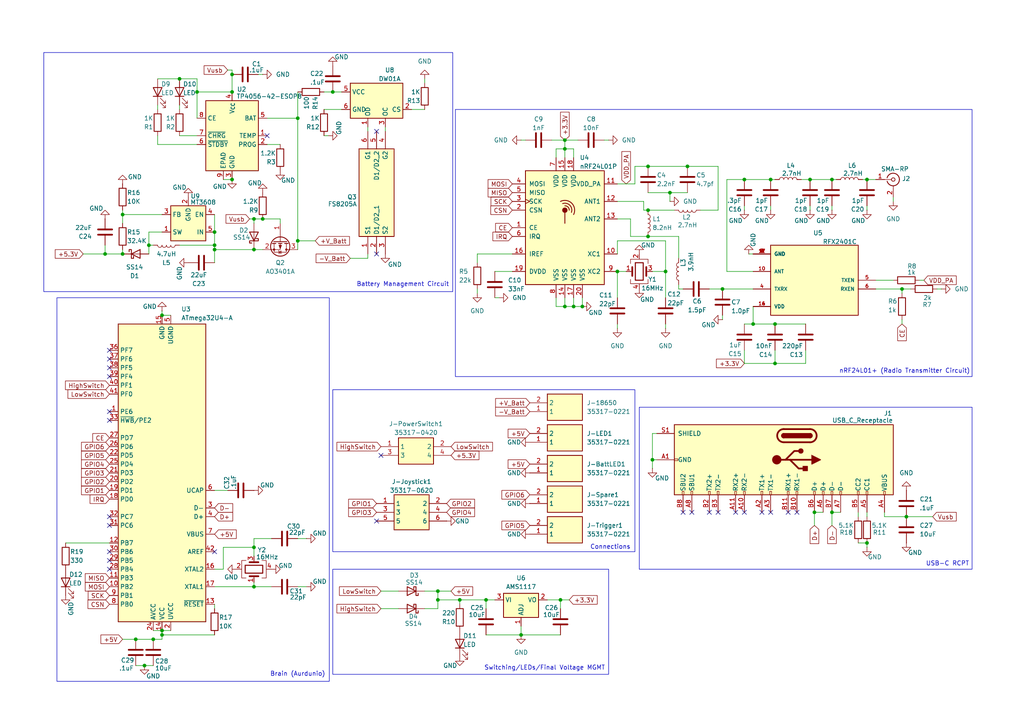
<source format=kicad_sch>
(kicad_sch (version 20250114) (generator "eeschema") (generator_version "9.0")
  (paper "A4")
  (rectangle (start 132.08 31.75) (end 281.94 109.22))
  (rectangle (start 96.52 165.1) (end 176.53 195.58))
  (rectangle (start 96.52 113.03) (end 184.15 160.02))
  (rectangle (start 185.42 118.11) (end 281.94 165.1))
  (rectangle (start 12.7 15.24) (end 131.318 84.582))
  (rectangle (start 16.51 86.36) (end 95.504 197.612))
  (text "Brain (Aurdunio)" (at 86.36 195.58 0) (effects (font (size 1.27 1.27))))
  (text "Battery Management Circuit" (at 116.84 82.55 0) (effects (font (size 1.27 1.27))))
  (text "nRF24L01+ (Radio Transmitter Circuit)" (at 262.382 107.696 0) (effects (font (size 1.27 1.27))))
  (text "Connections" (at 177.038 158.75 0) (effects (font (size 1.27 1.27))))
  (text "Switching/LEDs/Final Voltage MGMT" (at 157.988 193.802 0) (effects (font (size 1.27 1.27))))
  (text "USB-C RCPT" (at 274.828 163.576 0) (effects (font (size 1.27 1.27))))
  (junction (at 223.52 52.07))
  (junction (at 62.23 67.31))
  (junction (at 163.83 40.64))
  (junction (at 67.31 26.67))
  (junction (at 251.46 157.48))
  (junction (at 73.66 170.18))
  (junction (at 187.96 48.26))
  (junction (at 241.3 148.59))
  (junction (at 44.45 185.42))
  (junction (at 127 173.99))
  (junction (at 140.97 173.99))
  (junction (at 166.37 88.9))
  (junction (at 96.52 26.67))
  (junction (at 224.79 93.98))
  (junction (at 199.39 48.26))
  (junction (at 163.83 88.9))
  (junction (at 86.36 34.29))
  (junction (at 151.13 184.15))
  (junction (at 262.89 149.86))
  (junction (at 193.04 78.74))
  (junction (at 241.3 52.07))
  (junction (at 251.46 52.07))
  (junction (at 73.66 63.5))
  (junction (at 62.23 72.39))
  (junction (at 41.91 193.04))
  (junction (at 67.31 52.07))
  (junction (at 187.96 68.58))
  (junction (at 43.18 71.12))
  (junction (at 189.23 133.35))
  (junction (at 73.66 158.75))
  (junction (at 215.9 52.07))
  (junction (at 35.56 62.23))
  (junction (at 163.83 43.18))
  (junction (at 35.56 73.66))
  (junction (at 127 171.45))
  (junction (at 73.66 72.39))
  (junction (at 30.48 73.66))
  (junction (at 76.2 63.5))
  (junction (at 62.23 71.12))
  (junction (at 218.44 93.98))
  (junction (at 133.35 173.99))
  (junction (at 261.62 83.82))
  (junction (at 187.96 60.96))
  (junction (at 224.79 105.41))
  (junction (at 194.31 55.88))
  (junction (at 39.37 185.42))
  (junction (at 234.95 52.07))
  (junction (at 86.36 69.85))
  (junction (at 52.07 22.86))
  (junction (at 236.22 148.59))
  (junction (at 46.99 182.88))
  (junction (at 209.55 83.82))
  (junction (at 179.07 78.74))
  (junction (at 67.31 21.59))
  (junction (at 46.99 184.15))
  (junction (at 168.91 88.9))
  (junction (at 162.56 173.99))
  (junction (at 57.15 26.67))
  (junction (at 46.99 91.44))
  (no_connect (at 62.23 160.02))
  (no_connect (at 109.22 38.1))
  (no_connect (at 198.12 148.59))
  (no_connect (at 77.47 39.37))
  (no_connect (at 31.75 119.38))
  (no_connect (at 31.75 106.68))
  (no_connect (at 228.6 148.59))
  (no_connect (at 208.28 148.59))
  (no_connect (at 31.75 152.4))
  (no_connect (at 31.75 149.86))
  (no_connect (at 31.75 101.6))
  (no_connect (at 110.49 132.08))
  (no_connect (at 109.22 151.13))
  (no_connect (at 31.75 160.02))
  (no_connect (at 220.98 148.59))
  (no_connect (at 213.36 148.59))
  (no_connect (at 200.66 148.59))
  (no_connect (at 205.74 148.59))
  (no_connect (at 231.14 148.59))
  (no_connect (at 215.9 148.59))
  (no_connect (at 31.75 109.22))
  (no_connect (at 31.75 162.56))
  (no_connect (at 109.22 73.66))
  (no_connect (at 31.75 121.92))
  (no_connect (at 31.75 104.14))
  (no_connect (at 223.52 148.59))
  (no_connect (at 31.75 165.1))
  (wire (pts (xy 199.39 48.26) (xy 208.28 48.26)))
  (wire (pts (xy 248.92 148.59) (xy 248.92 149.86)))
  (wire (pts (xy 234.95 60.96) (xy 234.95 59.69)))
  (wire (pts (xy 236.22 148.59) (xy 236.22 152.4)))
  (wire (pts (xy 251.46 157.48) (xy 251.46 158.75)))
  (wire (pts (xy 62.23 71.12) (xy 62.23 67.31)))
  (wire (pts (xy 215.9 105.41) (xy 224.79 105.41)))
  (wire (pts (xy 35.56 62.23) (xy 35.56 60.96)))
  (wire (pts (xy 86.36 26.67) (xy 86.36 34.29)))
  (wire (pts (xy 189.23 125.73) (xy 189.23 133.35)))
  (wire (pts (xy 251.46 52.07) (xy 254 52.07)))
  (wire (pts (xy 73.66 168.91) (xy 73.66 170.18)))
  (wire (pts (xy 233.68 105.41) (xy 233.68 101.6)))
  (wire (pts (xy 119.38 31.75) (xy 123.19 31.75)))
  (wire (pts (xy 74.93 21.59) (xy 76.2 21.59)))
  (wire (pts (xy 76.2 63.5) (xy 81.28 63.5)))
  (wire (pts (xy 179.07 78.74) (xy 181.61 78.74)))
  (wire (pts (xy 189.23 133.35) (xy 190.5 133.35)))
  (wire (pts (xy 140.97 184.15) (xy 151.13 184.15)))
  (wire (pts (xy 52.07 31.75) (xy 52.07 30.48)))
  (wire (pts (xy 232.41 52.07) (xy 234.95 52.07)))
  (wire (pts (xy 127 171.45) (xy 127 173.99)))
  (wire (pts (xy 52.07 39.37) (xy 57.15 39.37)))
  (wire (pts (xy 110.49 176.53) (xy 115.57 176.53)))
  (wire (pts (xy 215.9 52.07) (xy 223.52 52.07)))
  (wire (pts (xy 179.07 73.66) (xy 179.07 69.85)))
  (wire (pts (xy 163.83 40.64) (xy 167.64 40.64)))
  (wire (pts (xy 241.3 148.59) (xy 241.3 152.4)))
  (wire (pts (xy 187.96 55.88) (xy 194.31 55.88)))
  (wire (pts (xy 73.66 170.18) (xy 78.74 170.18)))
  (wire (pts (xy 44.45 71.12) (xy 43.18 71.12)))
  (wire (pts (xy 127 173.99) (xy 133.35 173.99)))
  (wire (pts (xy 39.37 193.04) (xy 41.91 193.04)))
  (wire (pts (xy 208.28 60.96) (xy 208.28 48.26)))
  (wire (pts (xy 187.96 60.96) (xy 186.69 60.96)))
  (wire (pts (xy 46.99 182.88) (xy 46.99 184.15)))
  (wire (pts (xy 123.19 171.45) (xy 127 171.45)))
  (wire (pts (xy 62.23 71.12) (xy 52.07 71.12)))
  (wire (pts (xy 138.43 83.82) (xy 138.43 85.09)))
  (wire (pts (xy 151.13 40.64) (xy 152.4 40.64)))
  (wire (pts (xy 19.05 157.48) (xy 31.75 157.48)))
  (wire (pts (xy 106.68 74.93) (xy 106.68 73.66)))
  (wire (pts (xy 187.96 48.26) (xy 199.39 48.26)))
  (wire (pts (xy 99.06 31.75) (xy 93.98 31.75)))
  (wire (pts (xy 224.79 93.98) (xy 218.44 93.98)))
  (wire (pts (xy 179.07 53.34) (xy 184.15 53.34)))
  (wire (pts (xy 127 173.99) (xy 127 176.53)))
  (wire (pts (xy 163.83 43.18) (xy 163.83 45.72)))
  (wire (pts (xy 254 81.28) (xy 259.08 81.28)))
  (wire (pts (xy 241.3 52.07) (xy 242.57 52.07)))
  (wire (pts (xy 143.51 86.36) (xy 144.78 86.36)))
  (wire (pts (xy 91.44 69.85) (xy 86.36 69.85)))
  (wire (pts (xy 179.07 58.42) (xy 186.69 58.42)))
  (wire (pts (xy 133.35 173.99) (xy 133.35 175.26)))
  (wire (pts (xy 250.19 52.07) (xy 251.46 52.07)))
  (wire (pts (xy 251.46 60.96) (xy 251.46 59.69)))
  (wire (pts (xy 179.07 69.85) (xy 193.04 69.85)))
  (wire (pts (xy 86.36 69.85) (xy 86.36 72.39)))
  (wire (pts (xy 196.85 83.82) (xy 198.12 83.82)))
  (wire (pts (xy 44.45 185.42) (xy 46.99 185.42)))
  (wire (pts (xy 81.28 64.77) (xy 81.28 63.5)))
  (wire (pts (xy 123.19 176.53) (xy 127 176.53)))
  (wire (pts (xy 218.44 78.74) (xy 210.82 78.74)))
  (wire (pts (xy 196.85 82.55) (xy 196.85 83.82)))
  (wire (pts (xy 45.72 31.75) (xy 45.72 30.48)))
  (wire (pts (xy 241.3 52.07) (xy 234.95 52.07)))
  (wire (pts (xy 194.31 55.88) (xy 194.31 58.42)))
  (wire (pts (xy 161.29 88.9) (xy 163.83 88.9)))
  (wire (pts (xy 160.02 40.64) (xy 163.83 40.64)))
  (wire (pts (xy 88.9 170.18) (xy 86.36 170.18)))
  (wire (pts (xy 46.99 90.17) (xy 46.99 91.44)))
  (wire (pts (xy 57.15 41.91) (xy 45.72 41.91)))
  (wire (pts (xy 187.96 60.96) (xy 195.58 60.96)))
  (wire (pts (xy 45.72 22.86) (xy 52.07 22.86)))
  (wire (pts (xy 151.13 184.15) (xy 162.56 184.15)))
  (wire (pts (xy 248.92 157.48) (xy 251.46 157.48)))
  (wire (pts (xy 166.37 43.18) (xy 166.37 45.72)))
  (wire (pts (xy 256.54 149.86) (xy 262.89 149.86)))
  (wire (pts (xy 184.15 53.34) (xy 184.15 48.26)))
  (wire (pts (xy 62.23 76.2) (xy 62.23 72.39)))
  (wire (pts (xy 182.88 63.5) (xy 182.88 68.58)))
  (wire (pts (xy 64.77 158.75) (xy 73.66 158.75)))
  (wire (pts (xy 67.31 20.32) (xy 67.31 21.59)))
  (wire (pts (xy 163.83 43.18) (xy 166.37 43.18)))
  (wire (pts (xy 62.23 72.39) (xy 73.66 72.39)))
  (wire (pts (xy 224.79 105.41) (xy 233.68 105.41)))
  (wire (pts (xy 217.17 73.66) (xy 218.44 73.66)))
  (wire (pts (xy 46.99 182.88) (xy 49.53 182.88)))
  (wire (pts (xy 241.3 60.96) (xy 241.3 59.69)))
  (wire (pts (xy 111.76 36.83) (xy 111.76 38.1)))
  (wire (pts (xy 166.37 86.36) (xy 166.37 88.9)))
  (wire (pts (xy 73.66 63.5) (xy 76.2 63.5)))
  (wire (pts (xy 254 83.82) (xy 261.62 83.82)))
  (wire (pts (xy 179.07 78.74) (xy 179.07 86.36)))
  (wire (pts (xy 52.07 22.86) (xy 57.15 22.86)))
  (wire (pts (xy 271.78 83.82) (xy 273.05 83.82)))
  (wire (pts (xy 64.77 165.1) (xy 64.77 158.75)))
  (wire (pts (xy 73.66 72.39) (xy 76.2 72.39)))
  (wire (pts (xy 140.97 176.53) (xy 140.97 173.99)))
  (wire (pts (xy 77.47 41.91) (xy 81.28 41.91)))
  (wire (pts (xy 179.07 93.98) (xy 179.07 95.25)))
  (wire (pts (xy 161.29 86.36) (xy 161.29 88.9)))
  (wire (pts (xy 186.69 60.96) (xy 186.69 58.42)))
  (wire (pts (xy 46.99 184.15) (xy 62.23 184.15)))
  (wire (pts (xy 256.54 148.59) (xy 256.54 149.86)))
  (wire (pts (xy 162.56 176.53) (xy 162.56 173.99)))
  (wire (pts (xy 57.15 26.67) (xy 67.31 26.67)))
  (wire (pts (xy 86.36 34.29) (xy 86.36 69.85)))
  (wire (pts (xy 210.82 52.07) (xy 215.9 52.07)))
  (wire (pts (xy 64.77 52.07) (xy 67.31 52.07)))
  (wire (pts (xy 233.68 93.98) (xy 224.79 93.98)))
  (wire (pts (xy 73.66 161.29) (xy 73.66 158.75)))
  (wire (pts (xy 262.89 149.86) (xy 270.51 149.86)))
  (wire (pts (xy 223.52 52.07) (xy 224.79 52.07)))
  (wire (pts (xy 205.74 83.82) (xy 209.55 83.82)))
  (wire (pts (xy 236.22 148.59) (xy 238.76 148.59)))
  (wire (pts (xy 30.48 73.66) (xy 24.13 73.66)))
  (wire (pts (xy 190.5 125.73) (xy 189.23 125.73)))
  (wire (pts (xy 73.66 156.21) (xy 73.66 158.75)))
  (wire (pts (xy 45.72 41.91) (xy 45.72 39.37)))
  (wire (pts (xy 93.98 26.67) (xy 96.52 26.67)))
  (wire (pts (xy 62.23 175.26) (xy 62.23 176.53)))
  (wire (pts (xy 215.9 101.6) (xy 215.9 105.41)))
  (wire (pts (xy 77.47 34.29) (xy 86.36 34.29)))
  (wire (pts (xy 35.56 73.66) (xy 30.48 73.66)))
  (wire (pts (xy 46.99 91.44) (xy 49.53 91.44)))
  (wire (pts (xy 57.15 26.67) (xy 57.15 34.29)))
  (wire (pts (xy 133.35 173.99) (xy 140.97 173.99)))
  (wire (pts (xy 57.15 26.67) (xy 57.15 22.86)))
  (wire (pts (xy 35.56 185.42) (xy 39.37 185.42)))
  (wire (pts (xy 158.75 173.99) (xy 162.56 173.99)))
  (wire (pts (xy 259.08 58.42) (xy 259.08 57.15)))
  (wire (pts (xy 110.49 171.45) (xy 115.57 171.45)))
  (wire (pts (xy 194.31 55.88) (xy 199.39 55.88)))
  (wire (pts (xy 224.79 105.41) (xy 224.79 101.6)))
  (wire (pts (xy 127 171.45) (xy 130.81 171.45)))
  (wire (pts (xy 138.43 73.66) (xy 148.59 73.66)))
  (wire (pts (xy 179.07 63.5) (xy 182.88 63.5)))
  (wire (pts (xy 46.99 184.15) (xy 46.99 185.42)))
  (wire (pts (xy 161.29 45.72) (xy 161.29 43.18)))
  (wire (pts (xy 168.91 86.36) (xy 168.91 88.9)))
  (wire (pts (xy 41.91 193.04) (xy 44.45 193.04)))
  (wire (pts (xy 161.29 43.18) (xy 163.83 43.18)))
  (wire (pts (xy 151.13 181.61) (xy 151.13 184.15)))
  (wire (pts (xy 209.55 91.44) (xy 209.55 92.71)))
  (wire (pts (xy 101.6 74.93) (xy 106.68 74.93)))
  (wire (pts (xy 43.18 67.31) (xy 43.18 71.12)))
  (wire (pts (xy 184.15 48.26) (xy 187.96 48.26)))
  (wire (pts (xy 35.56 73.66) (xy 35.56 72.39)))
  (wire (pts (xy 66.04 20.32) (xy 67.31 20.32)))
  (wire (pts (xy 166.37 88.9) (xy 168.91 88.9)))
  (wire (pts (xy 106.68 36.83) (xy 106.68 38.1)))
  (wire (pts (xy 266.7 81.28) (xy 267.97 81.28)))
  (wire (pts (xy 189.23 133.35) (xy 189.23 135.89)))
  (wire (pts (xy 193.04 69.85) (xy 193.04 78.74)))
  (wire (pts (xy 261.62 85.09) (xy 261.62 83.82)))
  (wire (pts (xy 218.44 93.98) (xy 215.9 93.98)))
  (wire (pts (xy 67.31 21.59) (xy 67.31 26.67)))
  (wire (pts (xy 187.96 68.58) (xy 196.85 68.58)))
  (wire (pts (xy 209.55 83.82) (xy 218.44 83.82)))
  (wire (pts (xy 30.48 71.12) (xy 30.48 73.66)))
  (wire (pts (xy 62.23 72.39) (xy 62.23 71.12)))
  (wire (pts (xy 218.44 88.9) (xy 218.44 93.98)))
  (wire (pts (xy 46.99 67.31) (xy 43.18 67.31)))
  (wire (pts (xy 138.43 73.66) (xy 138.43 76.2)))
  (wire (pts (xy 223.52 60.96) (xy 223.52 59.69)))
  (wire (pts (xy 62.23 142.24) (xy 66.04 142.24)))
  (wire (pts (xy 62.23 170.18) (xy 73.66 170.18)))
  (wire (pts (xy 39.37 185.42) (xy 44.45 185.42)))
  (wire (pts (xy 88.9 156.21) (xy 86.36 156.21)))
  (wire (pts (xy 215.9 60.96) (xy 215.9 59.69)))
  (wire (pts (xy 93.98 39.37) (xy 95.25 39.37)))
  (wire (pts (xy 182.88 68.58) (xy 187.96 68.58)))
  (wire (pts (xy 123.19 22.86) (xy 123.19 24.13)))
  (wire (pts (xy 251.46 148.59) (xy 251.46 149.86)))
  (wire (pts (xy 189.23 78.74) (xy 193.04 78.74)))
  (wire (pts (xy 96.52 26.67) (xy 99.06 26.67)))
  (wire (pts (xy 261.62 83.82) (xy 264.16 83.82)))
  (wire (pts (xy 73.66 64.77) (xy 73.66 63.5)))
  (wire (pts (xy 44.45 182.88) (xy 46.99 182.88)))
  (wire (pts (xy 163.83 88.9) (xy 166.37 88.9)))
  (wire (pts (xy 193.04 78.74) (xy 193.04 86.36)))
  (wire (pts (xy 163.83 40.64) (xy 163.83 43.18)))
  (wire (pts (xy 193.04 93.98) (xy 193.04 95.25)))
  (wire (pts (xy 162.56 173.99) (xy 165.1 173.99)))
  (wire (pts (xy 62.23 62.23) (xy 62.23 67.31)))
  (wire (pts (xy 73.66 156.21) (xy 78.74 156.21)))
  (wire (pts (xy 203.2 60.96) (xy 208.28 60.96)))
  (wire (pts (xy 140.97 173.99) (xy 143.51 173.99)))
  (wire (pts (xy 43.18 71.12) (xy 43.18 73.66)))
  (wire (pts (xy 261.62 92.71) (xy 261.62 93.98)))
  (wire (pts (xy 196.85 68.58) (xy 196.85 74.93)))
  (wire (pts (xy 163.83 86.36) (xy 163.83 88.9)))
  (wire (pts (xy 210.82 78.74) (xy 210.82 52.07)))
  (wire (pts (xy 175.26 40.64) (xy 176.53 40.64)))
  (wire (pts (xy 241.3 148.59) (xy 243.84 148.59)))
  (wire (pts (xy 73.66 63.5) (xy 72.39 63.5)))
  (wire (pts (xy 143.51 78.74) (xy 148.59 78.74)))
  (wire (pts (xy 62.23 165.1) (xy 64.77 165.1)))
  (wire (pts (xy 46.99 62.23) (xy 35.56 62.23)))
  (wire (pts (xy 35.56 64.77) (xy 35.56 62.23)))
  (global_label "+5V" (shape input) (at 153.67 134.62 180) (property "Intersheetrefs" "${INTERSHEET_REFS}" (effects (hide yes))))
  (global_label "+V_Batt" (shape input) (at 91.44 69.85 0) (property "Intersheetrefs" "${INTERSHEET_REFS}" (effects (hide yes))))
  (global_label "GPIO5" (shape input) (at 31.75 132.08 180) (property "Intersheetrefs" "${INTERSHEET_REFS}" (effects (hide yes))))
  (global_label "CSN" (shape input) (at 148.59 60.96 180) (property "Intersheetrefs" "${INTERSHEET_REFS}" (effects (hide yes))))
  (global_label "GPIO5" (shape input) (at 153.67 152.4 180) (property "Intersheetrefs" "${INTERSHEET_REFS}" (effects (hide yes))))
  (global_label "CSN" (shape input) (at 31.75 175.26 180) (property "Intersheetrefs" "${INTERSHEET_REFS}" (effects (hide yes))))
  (global_label "MISO" (shape input) (at 31.75 167.64 180) (property "Intersheetrefs" "${INTERSHEET_REFS}" (effects (hide yes))))
  (global_label "LowSwitch" (shape input) (at 31.75 114.3 180) (property "Intersheetrefs" "${INTERSHEET_REFS}" (effects (hide yes))))
  (global_label "+5V" (shape input) (at 130.81 171.45 0) (property "Intersheetrefs" "${INTERSHEET_REFS}" (effects (hide yes))))
  (global_label "LowSwitch" (shape input) (at 130.81 129.54 0) (property "Intersheetrefs" "${INTERSHEET_REFS}" (effects (hide yes))))
  (global_label "GPIO3" (shape input) (at 31.75 137.16 180) (property "Intersheetrefs" "${INTERSHEET_REFS}" (effects (hide yes))))
  (global_label "+5.3V" (shape input) (at 130.81 132.08 0) (property "Intersheetrefs" "${INTERSHEET_REFS}" (effects (hide yes))))
  (global_label "D+" (shape input) (at 62.23 149.86 0) (property "Intersheetrefs" "${INTERSHEET_REFS}" (effects (hide yes))))
  (global_label "MISO" (shape input) (at 148.59 55.88 180) (property "Intersheetrefs" "${INTERSHEET_REFS}" (effects (hide yes))))
  (global_label "GPIO2" (shape input) (at 129.54 146.05 0) (property "Intersheetrefs" "${INTERSHEET_REFS}" (effects (hide yes))))
  (global_label "SCK" (shape input) (at 31.75 172.72 180) (property "Intersheetrefs" "${INTERSHEET_REFS}" (effects (hide yes))))
  (global_label "MOSI" (shape input) (at 31.75 170.18 180) (property "Intersheetrefs" "${INTERSHEET_REFS}" (effects (hide yes))))
  (global_label "GPIO2" (shape input) (at 31.75 139.7 180) (property "Intersheetrefs" "${INTERSHEET_REFS}" (effects (hide yes))))
  (global_label "+3.3V" (shape input) (at 163.83 40.64 90) (property "Intersheetrefs" "${INTERSHEET_REFS}" (effects (hide yes))))
  (global_label "IRQ" (shape input) (at 148.59 68.58 180) (property "Intersheetrefs" "${INTERSHEET_REFS}" (effects (hide yes))))
  (global_label "D+" (shape input) (at 236.22 152.4 270) (property "Intersheetrefs" "${INTERSHEET_REFS}" (effects (hide yes))))
  (global_label "+5V" (shape input) (at 62.23 154.94 0) (property "Intersheetrefs" "${INTERSHEET_REFS}" (effects (hide yes))))
  (global_label "HighSwitch" (shape input) (at 31.75 111.76 180) (property "Intersheetrefs" "${INTERSHEET_REFS}" (effects (hide yes))))
  (global_label "GPIO4" (shape input) (at 31.75 134.62 180) (property "Intersheetrefs" "${INTERSHEET_REFS}" (effects (hide yes))))
  (global_label "GPIO1" (shape input) (at 109.22 146.05 180) (property "Intersheetrefs" "${INTERSHEET_REFS}" (effects (hide yes))))
  (global_label "+5.3V" (shape input) (at 24.13 73.66 180) (property "Intersheetrefs" "${INTERSHEET_REFS}" (effects (hide yes))))
  (global_label "GPIO6" (shape input) (at 31.75 129.54 180) (property "Intersheetrefs" "${INTERSHEET_REFS}" (effects (hide yes))))
  (global_label "GPIO4" (shape input) (at 129.54 148.59 0) (property "Intersheetrefs" "${INTERSHEET_REFS}" (effects (hide yes))))
  (global_label "VDD_PA" (shape input) (at 267.97 81.28 0) (property "Intersheetrefs" "${INTERSHEET_REFS}" (effects (hide yes))))
  (global_label "+5V" (shape input) (at 153.67 125.73 180) (property "Intersheetrefs" "${INTERSHEET_REFS}" (effects (hide yes))))
  (global_label "Vusb" (shape input) (at 72.39 63.5 180) (property "Intersheetrefs" "${INTERSHEET_REFS}" (effects (hide yes))))
  (global_label "Vusb" (shape input) (at 66.04 20.32 180) (property "Intersheetrefs" "${INTERSHEET_REFS}" (effects (hide yes))))
  (global_label "CE" (shape input) (at 148.59 66.04 180) (property "Intersheetrefs" "${INTERSHEET_REFS}" (effects (hide yes))))
  (global_label "D-" (shape input) (at 241.3 152.4 270) (property "Intersheetrefs" "${INTERSHEET_REFS}" (effects (hide yes))))
  (global_label "+3.3V" (shape input) (at 165.1 173.99 0) (property "Intersheetrefs" "${INTERSHEET_REFS}" (effects (hide yes))))
  (global_label "CE" (shape input) (at 31.75 127 180) (property "Intersheetrefs" "${INTERSHEET_REFS}" (effects (hide yes))))
  (global_label "-V_Batt" (shape input) (at 153.67 119.38 180) (property "Intersheetrefs" "${INTERSHEET_REFS}" (effects (hide yes))))
  (global_label "IRQ" (shape input) (at 31.75 144.78 180) (property "Intersheetrefs" "${INTERSHEET_REFS}" (effects (hide yes))))
  (global_label "LowSwitch" (shape input) (at 110.49 171.45 180) (property "Intersheetrefs" "${INTERSHEET_REFS}" (effects (hide yes))))
  (global_label "Vusb" (shape input) (at 270.51 149.86 0) (property "Intersheetrefs" "${INTERSHEET_REFS}" (effects (hide yes))))
  (global_label "GPIO6" (shape input) (at 153.67 143.51 180) (property "Intersheetrefs" "${INTERSHEET_REFS}" (effects (hide yes))))
  (global_label "GPIO3" (shape input) (at 109.22 148.59 180) (property "Intersheetrefs" "${INTERSHEET_REFS}" (effects (hide yes))))
  (global_label "HighSwitch" (shape input) (at 110.49 176.53 180) (property "Intersheetrefs" "${INTERSHEET_REFS}" (effects (hide yes))))
  (global_label "D-" (shape input) (at 62.23 147.32 0) (property "Intersheetrefs" "${INTERSHEET_REFS}" (effects (hide yes))))
  (global_label "+V_Batt" (shape input) (at 153.67 116.84 180) (property "Intersheetrefs" "${INTERSHEET_REFS}" (effects (hide yes))))
  (global_label "+5V" (shape input) (at 35.56 185.42 180) (property "Intersheetrefs" "${INTERSHEET_REFS}" (effects (hide yes))))
  (global_label "GPIO1" (shape input) (at 31.75 142.24 180) (property "Intersheetrefs" "${INTERSHEET_REFS}" (effects (hide yes))))
  (global_label "-V_Batt" (shape input) (at 101.6 74.93 180) (property "Intersheetrefs" "${INTERSHEET_REFS}" (effects (hide yes))))
  (global_label "VDD_PA" (shape input) (at 181.61 53.34 90) (property "Intersheetrefs" "${INTERSHEET_REFS}" (effects (hide yes))))
  (global_label "SCK" (shape input) (at 148.59 58.42 180) (property "Intersheetrefs" "${INTERSHEET_REFS}" (effects (hide yes))))
  (global_label "+3.3V" (shape input) (at 215.9 105.41 180) (property "Intersheetrefs" "${INTERSHEET_REFS}" (effects (hide yes))))
  (global_label "MOSI" (shape input) (at 148.59 53.34 180) (property "Intersheetrefs" "${INTERSHEET_REFS}" (effects (hide yes))))
  (global_label "CE" (shape input) (at 261.62 93.98 270) (property "Intersheetrefs" "${INTERSHEET_REFS}" (effects (hide yes))))
  (global_label "HighSwitch" (shape input) (at 110.49 129.54 180) (property "Intersheetrefs" "${INTERSHEET_REFS}" (effects (hide yes))))
  (symbol (lib_id "RFX2401C:RFX2401C") (at 236.22 81.28 180) (unit 1)
    (property "Reference" "U5" (at 237.236 67.564 0))
    (property "Value" "RFX2401C" (at 243.586 70.104 0))
    (property "Footprint" "RFX2401C:QFN50P300X300X60-17N" (effects (hide yes)))
    (property "MF" "Skyworks Solutions" (effects (hide yes)))
    (property "MOUSER-PURCHASE-URL" "https://snapeda.com/shop?store=Mouser&id=556493" (effects (hide yes)))
    (property "DESCRIPTION" "RF Front End 2.4GHz ~ 2.5GHz 802.15.4, Zigbee® 16-QFN (3x3)" (effects (hide yes)))
    (property "PACKAGE" "UFQFN-16 Skyworks Solutions" (effects (hide yes)))
    (property "PRICE" "None" (effects (hide yes)))
    (property "Package" "UFQFN-16 Skyworks Solutions" (effects (hide yes)))
    (property "Check_prices" "https://www.snapeda.com/parts/RFX2401C/Skyworks+Solution%252C+Inc./view-part/?ref=eda" (effects (hide yes)))
    (property "Price" "None" (effects (hide yes)))
    (property "SnapEDA_Link" "https://www.snapeda.com/parts/RFX2401C/Skyworks+Solution%252C+Inc./view-part/?ref=snap" (effects (hide yes)))
    (property "MP" "RFX2401C" (effects (hide yes)))
    (property "DIGIKEY-PURCHASE-URL" "https://snapeda.com/shop?store=DigiKey&id=556493" (effects (hide yes)))
    (property "Availability" "In Stock" (effects (hide yes)))
    (property "AVAILABILITY" "Unavailable" (effects (hide yes)))
    (property "Description_1" "RF Front End 2.4GHz ~ 2.5GHz 802.15.4, Zigbee® 16-QFN (3x3)" (effects (hide yes)))
  )
  (symbol (lib_id "power:GND") (at 95.25 39.37 90) (unit 1)
    (property "Reference" "#PWR034" (effects (hide yes)))
    (property "Value" "GND" (at 98.298 37.084 0))
    (property "Description" "Power symbol creates a global label with name \"GND\" , ground" (effects (hide yes)))
  )
  (symbol (lib_id "power:GND") (at 194.31 58.42 90) (unit 1)
    (property "Reference" "#PWR03" (effects (hide yes)))
    (property "Value" "GND" (at 198.12 58.4199 90) (effects (justify right)))
    (property "Description" "Power symbol creates a global label with name \"GND\" , ground" (effects (hide yes)))
  )
  (symbol (lib_id "Device:LED") (at 45.72 26.67 90) (unit 1)
    (property "Reference" "D9" (at 46.736 24.384 90) (effects (justify right)))
    (property "Value" "LED" (at 46.736 26.924 90) (effects (justify right)))
    (property "Footprint" "LED_SMD:LED_0805_2012Metric" (effects (hide yes)))
    (property "Description" "Light emitting diode" (effects (hide yes)))
    (property "Sim.Pins" "1=K 2=A" (effects (hide yes)))
  )
  (symbol (lib_id "power:GND") (at 179.07 95.25 0) (unit 1)
    (property "Reference" "#PWR016" (effects (hide yes)))
    (property "Value" "GND" (at 179.07 100.33 0))
    (property "Description" "Power symbol creates a global label with name \"GND\" , ground" (effects (hide yes)))
  )
  (symbol (lib_id "35317-0620:35317-0620") (at 109.22 146.05 0) (unit 1)
    (property "Reference" "J-Joystick1" (at 119.38 139.7 0))
    (property "Value" "35317-0620" (at 119.38 142.24 0))
    (property "Footprint" "MiniFitJR3x2:RHDR6W107P420_2X3_1380X960X1310P" (effects (hide yes)))
    (property "Datasheet" "https://altium.componentsearchengine.com/Datasheets/1/35317-0620.pdf" (effects (hide yes)))
    (property "Description" "Headers & Wire Housings NEW MINI FIT HEADER ASSY 353170620" (effects (hide yes)))
    (property "Height" "13.1" (effects (hide yes)))
    (property "Manufacturer_Name" "Molex" (effects (hide yes)))
    (property "Manufacturer_Part_Number" "35317-0620" (effects (hide yes)))
    (property "Mouser Part Number" "538-35317-0620" (effects (hide yes)))
    (property "Mouser Price/Stock" "https://www.mouser.com/Search/Refine.aspx?Keyword=538-35317-0620" (effects (hide yes)))
  )
  (symbol (lib_id "Device:C") (at 162.56 180.34 0) (unit 1)
    (property "Reference" "C26" (at 157.988 176.276 0) (effects (justify left)))
    (property "Value" "10uF" (at 157.48 178.308 0) (effects (justify left)))
    (property "Footprint" "Capacitor_SMD:C_0201_0603Metric" (effects (hide yes)))
    (property "Description" "Unpolarized capacitor" (effects (hide yes)))
  )
  (symbol (lib_id "power:GND") (at 273.05 83.82 90) (unit 1)
    (property "Reference" "#PWR026" (effects (hide yes)))
    (property "Value" "GND" (at 276.86 83.8199 90) (effects (justify right)))
    (property "Description" "Power symbol creates a global label with name \"GND\" , ground" (effects (hide yes)))
  )
  (symbol (lib_id "Device:C") (at 223.52 55.88 0) (unit 1)
    (property "Reference" "C17" (at 222.758 60.706 0) (effects (justify right)))
    (property "Value" "1pF" (at 222.758 58.166 0) (effects (justify right)))
    (property "Footprint" "Capacitor_SMD:C_0201_0603Metric" (effects (hide yes)))
    (property "Description" "Unpolarized capacitor" (effects (hide yes)))
  )
  (symbol (lib_id "power:GND") (at 76.2 21.59 90) (unit 1)
    (property "Reference" "#PWR032" (effects (hide yes)))
    (property "Value" "GND" (at 80.01 21.5899 90) (effects (justify right)))
    (property "Description" "Power symbol creates a global label with name \"GND\" , ground" (effects (hide yes)))
  )
  (symbol (lib_id "power:GND") (at 144.78 86.36 90) (unit 1)
    (property "Reference" "#PWR014" (effects (hide yes)))
    (property "Value" "GND" (at 148.59 86.3599 90) (effects (justify right)))
    (property "Description" "Power symbol creates a global label with name \"GND\" , ground" (effects (hide yes)))
  )
  (symbol (lib_id "Transistor_FET:AO3401A") (at 81.28 69.85 270) (unit 1)
    (property "Reference" "Q2" (at 81.28 76.2 90))
    (property "Value" "AO3401A" (at 81.28 78.74 90))
    (property "Footprint" "Package_TO_SOT_SMD:SOT-23" (effects (hide yes)))
    (property "Datasheet" "http://www.aosmd.com/pdfs/datasheet/AO3401A.pdf" (effects (hide yes)))
    (property "Description" "-4.0A Id, -30V Vds, P-Channel MOSFET, SOT-23" (effects (hide yes)))
  )
  (symbol (lib_id "Device:L") (at 199.39 60.96 270) (unit 1)
    (property "Reference" "L2" (at 199.136 62.992 90))
    (property "Value" "2.7nH" (at 199.39 65.278 90))
    (property "Footprint" "Capacitor_SMD:C_0201_0603Metric" (effects (hide yes)))
    (property "Description" "Inductor" (effects (hide yes)))
  )
  (symbol (lib_id "Battery_Management:TP4056-42-ESOP8") (at 67.31 39.37 0) (unit 1)
    (property "Reference" "U2" (at 68.7227 25.908 0) (effects (justify left)))
    (property "Value" "TP4056-42-ESOP8" (at 68.58 27.94 0) (effects (justify left)))
    (property "Footprint" "Package_SO:SOIC-8-1EP_3.9x4.9mm_P1.27mm_EP2.41x3.3mm_ThermalVias" (effects (hide yes)))
    (property "Datasheet" "https://www.lcsc.com/datasheet/lcsc_datasheet_2410121619_TOPPOWER-Nanjing-Extension-Microelectronics-TP4056-42-ESOP8_C16581.pdf" (effects (hide yes)))
    (property "Description" "1A Standalone Linear Li-ion/LiPo single-cell battery charger, 4.2V ±1% charge voltage, VCC = 4.0..8.0V, SOIC-8 (SOP-8)" (effects (hide yes)))
  )
  (symbol (lib_id "power:GND") (at 262.89 157.48 0) (unit 1)
    (property "Reference" "#PWR018" (effects (hide yes)))
    (property "Value" "GND" (at 265.43 160.274 0))
    (property "Description" "Power symbol creates a global label with name \"GND\" , ground" (effects (hide yes)))
  )
  (symbol (lib_id "power:GND") (at 185.42 73.66 180) (unit 1)
    (property "Reference" "#PWR05" (effects (hide yes)))
    (property "Value" "GND" (at 187.96 71.12 0))
    (property "Description" "Power symbol creates a global label with name \"GND\" , ground" (effects (hide yes)))
  )
  (symbol (lib_id "Device:LED") (at 19.05 168.91 90) (unit 1)
    (property "Reference" "D12" (at 20.066 166.624 90) (effects (justify right)))
    (property "Value" "LED" (at 20.066 169.164 90) (effects (justify right)))
    (property "Footprint" "LED_SMD:LED_0805_2012Metric" (effects (hide yes)))
    (property "Description" "Light emitting diode" (effects (hide yes)))
    (property "Sim.Pins" "1=K 2=A" (effects (hide yes)))
  )
  (symbol (lib_id "Device:R") (at 123.19 27.94 180) (unit 1)
    (property "Reference" "R13" (at 121.92 29.21 0) (effects (justify left)))
    (property "Value" "1K" (at 121.92 26.67 0) (effects (justify left)))
    (property "Footprint" "Capacitor_SMD:C_0805_2012Metric" (effects (hide yes)))
    (property "Description" "Resistor" (effects (hide yes)))
  )
  (symbol (lib_id "power:GND") (at 76.2 55.88 180) (unit 1)
    (property "Reference" "#PWR042" (effects (hide yes)))
    (property "Value" "GND" (at 73.914 53.086 0))
    (property "Description" "Power symbol creates a global label with name \"GND\" , ground" (effects (hide yes)))
  )
  (symbol (lib_id "power:GND") (at 46.99 90.17 180) (unit 1)
    (property "Reference" "#PWR043" (effects (hide yes)))
    (property "Value" "GND" (at 43.434 88.9 0))
    (property "Description" "Power symbol creates a global label with name \"GND\" , ground" (effects (hide yes)))
  )
  (symbol (lib_id "power:GND") (at 153.67 146.05 270) (unit 1)
    (property "Reference" "#PWR058" (effects (hide yes)))
    (property "Value" "GND" (at 149.098 146.05 90))
    (property "Description" "Power symbol creates a global label with name \"GND\" , ground" (effects (hide yes)))
  )
  (symbol (lib_id "Device:R") (at 133.35 179.07 180) (unit 1)
    (property "Reference" "R10" (at 132.08 180.34 0) (effects (justify left)))
    (property "Value" "220" (at 132.08 177.8 0) (effects (justify left)))
    (property "Footprint" "Capacitor_SMD:C_0805_2012Metric" (effects (hide yes)))
    (property "Description" "Resistor" (effects (hide yes)))
  )
  (symbol (lib_id "Device:C") (at 44.45 189.23 0) (unit 1)
    (property "Reference" "C28" (at 44.958 191.77 0) (effects (justify left)))
    (property "Value" "10uF" (at 44.958 193.802 0) (effects (justify left)))
    (property "Footprint" "Capacitor_SMD:C_0201_0603Metric" (effects (hide yes)))
    (property "Description" "Unpolarized capacitor" (effects (hide yes)))
  )
  (symbol (lib_id "Device:C") (at 179.07 90.17 0) (unit 1)
    (property "Reference" "C11" (at 173.736 85.598 0) (effects (justify left)))
    (property "Value" "22pF" (at 173.736 88.138 0) (effects (justify left)))
    (property "Footprint" "Capacitor_SMD:C_0201_0603Metric" (effects (hide yes)))
    (property "Description" "Unpolarized capacitor" (effects (hide yes)))
  )
  (symbol (lib_id "Device:L") (at 187.96 64.77 0) (unit 1)
    (property "Reference" "L1" (at 189.23 63.4999 0) (effects (justify left)))
    (property "Value" "8.2nH" (at 189.23 66.0399 0) (effects (justify left)))
    (property "Footprint" "Capacitor_SMD:C_0201_0603Metric" (effects (hide yes)))
    (property "Description" "Inductor" (effects (hide yes)))
  )
  (symbol (lib_id "Device:C") (at 262.89 146.05 0) (unit 1)
    (property "Reference" "C21" (at 266.7 144.7799 0) (effects (justify left)))
    (property "Value" ".1uF" (at 266.7 147.3199 0) (effects (justify left)))
    (property "Footprint" "Capacitor_SMD:C_0201_0603Metric" (effects (hide yes)))
    (property "Description" "Unpolarized capacitor" (effects (hide yes)))
  )
  (symbol (lib_id "power:GND") (at 54.61 76.2 270) (unit 1)
    (property "Reference" "#PWR039" (effects (hide yes)))
    (property "Value" "GND" (at 52.07 79.248 0))
    (property "Description" "Power symbol creates a global label with name \"GND\" , ground" (effects (hide yes)))
  )
  (symbol (lib_id "Device:C") (at 143.51 82.55 0) (unit 1)
    (property "Reference" "C10" (at 147.32 81.2799 0) (effects (justify left)))
    (property "Value" "33nF" (at 147.32 83.8199 0) (effects (justify left)))
    (property "Footprint" "Capacitor_SMD:C_0201_0603Metric" (effects (hide yes)))
    (property "Description" "Unpolarized capacitor" (effects (hide yes)))
  )
  (symbol (lib_id "power:GND") (at 68.58 165.1 270) (unit 1)
    (property "Reference" "#PWR019" (effects (hide yes)))
    (property "Value" "GND" (at 67.056 167.386 90))
    (property "Description" "Power symbol creates a global label with name \"GND\" , ground" (effects (hide yes)))
  )
  (symbol (lib_id "Device:C") (at 215.9 97.79 0) (unit 1)
    (property "Reference" "C15" (at 215.138 102.616 0) (effects (justify right)))
    (property "Value" "1uF" (at 215.138 100.076 0) (effects (justify right)))
    (property "Footprint" "Capacitor_SMD:C_0201_0603Metric" (effects (hide yes)))
    (property "Description" "Unpolarized capacitor" (effects (hide yes)))
  )
  (symbol (lib_id "35317-0221:35317-0221") (at 153.67 143.51 0) (unit 1)
    (property "Reference" "J-Spare1" (at 170.18 143.5099 0) (effects (justify left)))
    (property "Value" "35317-0221" (at 170.18 146.0499 0) (effects (justify left)))
    (property "Footprint" "MiniFitJR2x1:353170221" (effects (hide yes)))
    (property "Datasheet" "https://www.molex.com/pdm_docs/sd/353170221_sd.pdf" (effects (hide yes)))
    (property "Description" "Headers & Wire Housings MiniFit 4.2mm Hdr DR Vrt 2Ckt Blk" (effects (hide yes)))
    (property "Height" "1" (effects (hide yes)))
    (property "Manufacturer_Name" "Molex" (effects (hide yes)))
    (property "Manufacturer_Part_Number" "35317-0221" (effects (hide yes)))
    (property "Mouser Part Number" "538-35317-0221" (effects (hide yes)))
    (property "Mouser Price/Stock" "https://www.mouser.co.uk/ProductDetail/Molex/35317-0221?qs=K5bGVUuM57r4kqb6JJrbMg%3D%3D" (effects (hide yes)))
  )
  (symbol (lib_id "power:GND") (at 96.52 19.05 180) (unit 1)
    (property "Reference" "#PWR037" (effects (hide yes)))
    (property "Value" "GND" (at 99.06 16.51 0))
    (property "Description" "Power symbol creates a global label with name \"GND\" , ground" (effects (hide yes)))
  )
  (symbol (lib_id "Device:R") (at 52.07 35.56 180) (unit 1)
    (property "Reference" "R2" (at 50.8 36.83 0) (effects (justify left)))
    (property "Value" "1K" (at 50.8 34.29 0) (effects (justify left)))
    (property "Footprint" "Capacitor_SMD:C_0805_2012Metric" (effects (hide yes)))
    (property "Description" "Resistor" (effects (hide yes)))
  )
  (symbol (lib_id "35317-0420:35317-0420") (at 110.49 129.54 0) (unit 1)
    (property "Reference" "J-PowerSwitch1" (at 120.65 122.936 0))
    (property "Value" "35317-0420" (at 120.65 125.476 0))
    (property "Footprint" "MiniFitJR2x2:SHDR4W107P420_2X2_960X960X1280P" (effects (hide yes)))
    (property "Datasheet" "https://www.molex.com/pdm_docs/sd/353170820_sd.pdf" (effects (hide yes)))
    (property "Description" "MOLEX - 35317-0420. - NEW MINI FIT HEADER ASSY 57R9733" (effects (hide yes)))
    (property "Height" "12.8" (effects (hide yes)))
    (property "Manufacturer_Name" "Molex" (effects (hide yes)))
    (property "Manufacturer_Part_Number" "35317-0420" (effects (hide yes)))
    (property "Mouser Part Number" "538-35317-0420" (effects (hide yes)))
    (property "Mouser Price/Stock" "https://www.mouser.co.uk/ProductDetail/Molex/35317-0420?qs=yk4OKw9K9iIv6JozxGexew%3D%3D" (effects (hide yes)))
  )
  (symbol (lib_id "power:GND") (at 123.19 22.86 180) (unit 1)
    (property "Reference" "#PWR033" (effects (hide yes)))
    (property "Value" "GND" (at 123.19 17.78 0))
    (property "Description" "Power symbol creates a global label with name \"GND\" , ground" (effects (hide yes)))
  )
  (symbol (lib_id "Device:C") (at 82.55 156.21 90) (unit 1)
    (property "Reference" "C30" (at 87.122 152.654 90) (effects (justify left)))
    (property "Value" "22pF" (at 88.646 154.432 90) (effects (justify left)))
    (property "Footprint" "Capacitor_SMD:C_0201_0603Metric" (effects (hide yes)))
    (property "Description" "Unpolarized capacitor" (effects (hide yes)))
  )
  (symbol (lib_id "power:GND") (at 234.95 60.96 0) (unit 1)
    (property "Reference" "#PWR022" (effects (hide yes)))
    (property "Value" "GND" (at 232.41 64.008 0))
    (property "Description" "Power symbol creates a global label with name \"GND\" , ground" (effects (hide yes)))
  )
  (symbol (lib_id "power:GND") (at 88.9 170.18 90) (unit 1)
    (property "Reference" "#PWR045" (effects (hide yes)))
    (property "Value" "GND" (at 90.678 168.656 90) (effects (justify right)))
    (property "Description" "Power symbol creates a global label with name \"GND\" , ground" (effects (hide yes)))
  )
  (symbol (lib_id "Device:C") (at 233.68 97.79 0) (unit 1)
    (property "Reference" "C13" (at 232.918 102.87 0) (effects (justify right)))
    (property "Value" "220pF" (at 232.918 100.33 0) (effects (justify right)))
    (property "Footprint" "Capacitor_SMD:C_0201_0603Metric" (effects (hide yes)))
    (property "Description" "Unpolarized capacitor" (effects (hide yes)))
  )
  (symbol (lib_id "power:GND") (at 262.89 142.24 180) (unit 1)
    (property "Reference" "#PWR07" (effects (hide yes)))
    (property "Value" "GND" (at 262.89 137.16 0))
    (property "Description" "Power symbol creates a global label with name \"GND\" , ground" (effects (hide yes)))
  )
  (symbol (lib_id "Diode:SS14") (at 119.38 176.53 180) (unit 1)
    (property "Reference" "D4" (at 119.888 178.816 0))
    (property "Value" "SS14" (at 119.888 180.848 0))
    (property "Footprint" "Diode_SMD:D_SMA" (effects (hide yes)))
    (property "Datasheet" "https://www.vishay.com/docs/88746/ss12.pdf" (effects (hide yes)))
    (property "Description" "40V 1A Schottky Diode, SMA" (effects (hide yes)))
  )
  (symbol (lib_id "RF:nRF24L01P") (at 163.83 66.04 0) (unit 1)
    (property "Reference" "U4" (at 168.148 45.72 0) (effects (justify left)))
    (property "Value" "nRF24L01P" (at 168.148 48.26 0) (effects (justify left)))
    (property "Footprint" "Package_DFN_QFN:QFN-20-1EP_4x4mm_P0.5mm_EP2.5x2.5mm" (effects (hide yes)))
    (property "Datasheet" "http://www.nordicsemi.com/eng/content/download/2726/34069/file/nRF24L01P_Product_Specification_1_0.pdf" (effects (hide yes)))
    (property "Description" "nRF24L01+, Ultra low power 2.4GHz RF Transceiver, QFN20 4x4mm" (effects (hide yes)))
  )
  (symbol (lib_id "Device:R") (at 90.17 26.67 270) (unit 1)
    (property "Reference" "R14" (at 91.44 27.94 0) (effects (justify left)))
    (property "Value" "100" (at 88.9 27.94 0) (effects (justify left)))
    (property "Footprint" "Capacitor_SMD:C_0805_2012Metric" (effects (hide yes)))
    (property "Description" "Resistor" (effects (hide yes)))
  )
  (symbol (lib_id "Device:C") (at 234.95 55.88 0) (unit 1)
    (property "Reference" "C18" (at 234.188 60.706 0) (effects (justify right)))
    (property "Value" "1pF" (at 234.188 58.166 0) (effects (justify right)))
    (property "Footprint" "Capacitor_SMD:C_0201_0603Metric" (effects (hide yes)))
    (property "Description" "Unpolarized capacitor" (effects (hide yes)))
  )
  (symbol (lib_id "power:GND") (at 41.91 193.04 0) (unit 1)
    (property "Reference" "#PWR044" (effects (hide yes)))
    (property "Value" "GND" (at 44.45 196.088 0))
    (property "Description" "Power symbol creates a global label with name \"GND\" , ground" (effects (hide yes)))
  )
  (symbol (lib_id "power:GND") (at 251.46 158.75 0) (unit 1)
    (property "Reference" "#PWR06" (effects (hide yes)))
    (property "Value" "GND" (at 255.778 161.544 0) (effects (justify right)))
    (property "Description" "Power symbol creates a global label with name \"GND\" , ground" (effects (hide yes)))
  )
  (symbol (lib_id "power:GND") (at 81.28 49.53 0) (unit 1)
    (property "Reference" "#PWR035" (effects (hide yes)))
    (property "Value" "GND" (at 83.566 52.324 0))
    (property "Description" "Power symbol creates a global label with name \"GND\" , ground" (effects (hide yes)))
  )
  (symbol (lib_id "Device:L") (at 228.6 52.07 90) (unit 1)
    (property "Reference" "L4" (at 229.362 48.006 90))
    (property "Value" "2.7nH" (at 229.616 50.292 90))
    (property "Footprint" "Capacitor_SMD:C_0201_0603Metric" (effects (hide yes)))
    (property "Description" "Inductor" (effects (hide yes)))
  )
  (symbol (lib_id "35317-0221:35317-0221") (at 153.67 152.4 0) (unit 1)
    (property "Reference" "J-Trigger1" (at 170.18 152.3999 0) (effects (justify left)))
    (property "Value" "35317-0221" (at 170.18 154.9399 0) (effects (justify left)))
    (property "Footprint" "MiniFitJR2x1:353170221" (effects (hide yes)))
    (property "Datasheet" "https://www.molex.com/pdm_docs/sd/353170221_sd.pdf" (effects (hide yes)))
    (property "Description" "Headers & Wire Housings MiniFit 4.2mm Hdr DR Vrt 2Ckt Blk" (effects (hide yes)))
    (property "Height" "1" (effects (hide yes)))
    (property "Manufacturer_Name" "Molex" (effects (hide yes)))
    (property "Manufacturer_Part_Number" "35317-0221" (effects (hide yes)))
    (property "Mouser Part Number" "538-35317-0221" (effects (hide yes)))
    (property "Mouser Price/Stock" "https://www.mouser.co.uk/ProductDetail/Molex/35317-0221?qs=K5bGVUuM57r4kqb6JJrbMg%3D%3D" (effects (hide yes)))
  )
  (symbol (lib_id "Device:C") (at 251.46 55.88 0) (unit 1)
    (property "Reference" "C20" (at 250.698 60.706 0) (effects (justify right)))
    (property "Value" "1pF" (at 250.698 58.166 0) (effects (justify right)))
    (property "Footprint" "Capacitor_SMD:C_0201_0603Metric" (effects (hide yes)))
    (property "Description" "Unpolarized capacitor" (effects (hide yes)))
  )
  (symbol (lib_id "Battery_Management:DW01A") (at 109.22 29.21 0) (unit 1)
    (property "Reference" "U8" (at 113.03 20.32 0))
    (property "Value" "DW01A" (at 113.03 22.86 0))
    (property "Footprint" "Package_TO_SOT_SMD:SOT-23-6" (effects (hide yes)))
    (property "Datasheet" "https://hmsemi.com/downfile/DW01A.PDF" (effects (hide yes)))
    (property "Description" "Overcharge, overcurrent and overdischarge protection IC for single cell lithium-ion/polymer battery" (effects (hide yes)))
  )
  (symbol (lib_id "Device:C") (at 39.37 189.23 0) (unit 1)
    (property "Reference" "C29" (at 35.052 191.516 0) (effects (justify left)))
    (property "Value" ".1uF" (at 34.544 193.802 0) (effects (justify left)))
    (property "Footprint" "Capacitor_SMD:C_0201_0603Metric" (effects (hide yes)))
    (property "Description" "Unpolarized capacitor" (effects (hide yes)))
  )
  (symbol (lib_id "Device:R") (at 76.2 59.69 180) (unit 1)
    (property "Reference" "R9" (at 74.93 60.96 0) (effects (justify left)))
    (property "Value" "1.2K" (at 74.93 58.42 0) (effects (justify left)))
    (property "Footprint" "Capacitor_SMD:C_0805_2012Metric" (effects (hide yes)))
    (property "Description" "Resistor" (effects (hide yes)))
  )
  (symbol (lib_id "Device:C") (at 199.39 52.07 0) (unit 1)
    (property "Reference" "C5" (at 201.93 50.8 0) (effects (justify left)))
    (property "Value" "4.7pf" (at 201.93 53.34 0) (effects (justify left)))
    (property "Footprint" "Capacitor_SMD:C_0201_0603Metric" (effects (hide yes)))
    (property "Description" "Unpolarized capacitor" (effects (hide yes)))
  )
  (symbol (lib_id "power:GND") (at 176.53 40.64 90) (unit 1)
    (property "Reference" "#PWR010" (effects (hide yes)))
    (property "Value" "GND" (at 180.34 40.6399 90) (effects (justify right)))
    (property "Description" "Power symbol creates a global label with name \"GND\" , ground" (effects (hide yes)))
  )
  (symbol (lib_id "Connector:USB_C_Receptacle") (at 231.14 133.35 270) (unit 1)
    (property "Reference" "J1" (at 257.556 119.888 90))
    (property "Value" "USB_C_Receptacle" (at 250.19 121.92 90))
    (property "Footprint" "Connector_USB:USB_C_Receptacle_HRO_TYPE-C-31-M-12" (effects (hide yes)))
    (property "Datasheet" "https://www.usb.org/sites/default/files/documents/usb_type-c.zip" (effects (hide yes)))
    (property "Description" "USB Full-Featured Type-C Receptacle connector" (effects (hide yes)))
  )
  (symbol (lib_id "MCU_Microchip_ATmega:ATmega32U4-A") (at 46.99 137.16 180) (unit 1)
    (property "Reference" "U3" (at 52.578 89.662 0) (effects (justify right)))
    (property "Value" "ATmega32U4-A" (at 52.578 92.202 0) (effects (justify right)))
    (property "Footprint" "Package_QFP:TQFP-44_10x10mm_P0.8mm" (effects (hide yes)))
    (property "Datasheet" "http://ww1.microchip.com/downloads/en/DeviceDoc/Atmel-7766-8-bit-AVR-ATmega16U4-32U4_Datasheet.pdf" (effects (hide yes)))
    (property "Description" "16MHz, 32kB Flash, 2.5kB SRAM, 1kB EEPROM, USB 2.0, TQFP-44" (effects (hide yes)))
  )
  (symbol (lib_id "power:GND") (at 151.13 184.15 0) (unit 1)
    (property "Reference" "#PWR011" (effects (hide yes)))
    (property "Value" "GND" (at 151.13 189.23 0))
    (property "Description" "Power symbol creates a global label with name \"GND\" , ground" (effects (hide yes)))
  )
  (symbol (lib_id "Device:C") (at 58.42 76.2 270) (unit 1)
    (property "Reference" "C23" (at 57.658 82.296 90))
    (property "Value" "22uF" (at 57.658 79.756 90))
    (property "Footprint" "Capacitor_SMD:C_0201_0603Metric" (effects (hide yes)))
    (property "Description" "Unpolarized capacitor" (effects (hide yes)))
  )
  (symbol (lib_id "power:GND") (at 153.67 128.27 270) (unit 1)
    (property "Reference" "#PWR056" (effects (hide yes)))
    (property "Value" "GND" (at 149.098 128.27 90))
    (property "Description" "Power symbol creates a global label with name \"GND\" , ground" (effects (hide yes)))
  )
  (symbol (lib_id "Device:C") (at 187.96 52.07 0) (unit 1)
    (property "Reference" "C4" (at 190.5 50.8 0) (effects (justify left)))
    (property "Value" "2.2nF" (at 190.5 53.34 0) (effects (justify left)))
    (property "Footprint" "Capacitor_SMD:C_0201_0603Metric" (effects (hide yes)))
    (property "Description" "Unpolarized capacitor" (effects (hide yes)))
  )
  (symbol (lib_id "Diode:SS14") (at 73.66 68.58 90) (unit 1)
    (property "Reference" "D2" (at 69.342 66.802 90) (effects (justify right)))
    (property "Value" "SS14" (at 67.564 68.834 90) (effects (justify right)))
    (property "Footprint" "Diode_SMD:D_SMA" (effects (hide yes)))
    (property "Datasheet" "https://www.vishay.com/docs/88746/ss12.pdf" (effects (hide yes)))
    (property "Description" "40V 1A Schottky Diode, SMA" (effects (hide yes)))
  )
  (symbol (lib_id "35317-0221:35317-0221") (at 153.67 125.73 0) (unit 1)
    (property "Reference" "J-LED1" (at 170.18 125.7299 0) (effects (justify left)))
    (property "Value" "35317-0221" (at 170.18 128.2699 0) (effects (justify left)))
    (property "Footprint" "MiniFitJR2x1:353170221" (effects (hide yes)))
    (property "Datasheet" "https://www.molex.com/pdm_docs/sd/353170221_sd.pdf" (effects (hide yes)))
    (property "Description" "Headers & Wire Housings MiniFit 4.2mm Hdr DR Vrt 2Ckt Blk" (effects (hide yes)))
    (property "Height" "1" (effects (hide yes)))
    (property "Manufacturer_Name" "Molex" (effects (hide yes)))
    (property "Manufacturer_Part_Number" "35317-0221" (effects (hide yes)))
    (property "Mouser Part Number" "538-35317-0221" (effects (hide yes)))
    (property "Mouser Price/Stock" "https://www.mouser.co.uk/ProductDetail/Molex/35317-0221?qs=K5bGVUuM57r4kqb6JJrbMg%3D%3D" (effects (hide yes)))
  )
  (symbol (lib_id "Device:R") (at 62.23 180.34 0) (unit 1)
    (property "Reference" "R17" (at 63.5 179.07 0) (effects (justify left)))
    (property "Value" "10K" (at 63.5 181.61 0) (effects (justify left)))
    (property "Footprint" "Capacitor_SMD:C_0805_2012Metric" (effects (hide yes)))
    (property "Description" "Resistor" (effects (hide yes)))
  )
  (symbol (lib_id "Device:LED") (at 52.07 26.67 90) (unit 1)
    (property "Reference" "D10" (at 53.086 24.384 90) (effects (justify right)))
    (property "Value" "LED" (at 53.086 26.924 90) (effects (justify right)))
    (property "Footprint" "LED_SMD:LED_0805_2012Metric" (effects (hide yes)))
    (property "Description" "Light emitting diode" (effects (hide yes)))
    (property "Sim.Pins" "1=K 2=A" (effects (hide yes)))
  )
  (symbol (lib_id "Diode:SS14") (at 39.37 73.66 0) (unit 1)
    (property "Reference" "D1" (at 39.0525 80.01 0))
    (property "Value" "SS14" (at 39.0525 77.47 0))
    (property "Footprint" "Diode_SMD:D_SMA" (effects (hide yes)))
    (property "Datasheet" "https://www.vishay.com/docs/88746/ss12.pdf" (effects (hide yes)))
    (property "Description" "40V 1A Schottky Diode, SMA" (effects (hide yes)))
  )
  (symbol (lib_id "Device:C") (at 96.52 22.86 0) (unit 1)
    (property "Reference" "C22" (at 89.916 21.336 0) (effects (justify left)))
    (property "Value" ".1uF" (at 89.916 23.876 0) (effects (justify left)))
    (property "Footprint" "Capacitor_SMD:C_0201_0603Metric" (effects (hide yes)))
    (property "Description" "Unpolarized capacitor" (effects (hide yes)))
  )
  (symbol (lib_id "Device:R") (at 251.46 153.67 180) (unit 1)
    (property "Reference" "R11" (at 257.048 154.432 0) (effects (justify left)))
    (property "Value" "5.1K" (at 257.302 152.4 0) (effects (justify left)))
    (property "Footprint" "Capacitor_SMD:C_0805_2012Metric" (effects (hide yes)))
    (property "Description" "Resistor" (effects (hide yes)))
  )
  (symbol (lib_id "power:GND") (at 54.61 57.15 180) (unit 1)
    (property "Reference" "#PWR038" (effects (hide yes)))
    (property "Value" "GND" (at 52.07 54.356 0))
    (property "Description" "Power symbol creates a global label with name \"GND\" , ground" (effects (hide yes)))
  )
  (symbol (lib_id "Diode:SS14") (at 119.38 171.45 180) (unit 1)
    (property "Reference" "D3" (at 120.142 166.878 0))
    (property "Value" "SS14" (at 120.142 168.91 0))
    (property "Footprint" "Diode_SMD:D_SMA" (effects (hide yes)))
    (property "Datasheet" "https://www.vishay.com/docs/88746/ss12.pdf" (effects (hide yes)))
    (property "Description" "40V 1A Schottky Diode, SMA" (effects (hide yes)))
  )
  (symbol (lib_id "power:GND") (at 217.17 73.66 180) (unit 1)
    (property "Reference" "#PWR025" (effects (hide yes)))
    (property "Value" "GND" (at 218.44 71.628 90) (effects (justify right)))
    (property "Description" "Power symbol creates a global label with name \"GND\" , ground" (effects (hide yes)))
  )
  (symbol (lib_id "Connector:Conn_Coaxial") (at 259.08 52.07 0) (unit 1)
    (property "Reference" "J2" (at 261.62 51.816 0) (effects (justify left)))
    (property "Value" "SMA-RP" (at 255.524 49.022 0) (effects (justify left)))
    (property "Footprint" "Connector_Coaxial:SMA_Amphenol_132289_EdgeMount" (effects (hide yes)))
    (property "Description" "coaxial connector (BNC, SMA, SMB, SMC, Cinch/RCA, LEMO, ...)" (effects (hide yes)))
  )
  (symbol (lib_id "power:GND") (at 153.67 154.94 270) (unit 1)
    (property "Reference" "#PWR059" (effects (hide yes)))
    (property "Value" "GND" (at 149.098 154.94 90))
    (property "Description" "Power symbol creates a global label with name \"GND\" , ground" (effects (hide yes)))
  )
  (symbol (lib_id "Device:C") (at 171.45 40.64 90) (unit 1)
    (property "Reference" "C8" (at 171.45 34.544 90))
    (property "Value" "10nF" (at 171.45 37.084 90))
    (property "Footprint" "Capacitor_SMD:C_0201_0603Metric" (effects (hide yes)))
    (property "Description" "Unpolarized capacitor" (effects (hide yes)))
  )
  (symbol (lib_id "Device:C") (at 262.89 153.67 0) (unit 1)
    (property "Reference" "C27" (at 266.7 152.3999 0) (effects (justify left)))
    (property "Value" "10uF" (at 266.7 154.9399 0) (effects (justify left)))
    (property "Footprint" "Capacitor_SMD:C_0201_0603Metric" (effects (hide yes)))
    (property "Description" "Unpolarized capacitor" (effects (hide yes)))
  )
  (symbol (lib_id "Device:R") (at 35.56 57.15 0) (unit 1)
    (property "Reference" "R16" (at 36.83 55.88 0) (effects (justify left)))
    (property "Value" "10K" (at 36.83 58.42 0) (effects (justify left)))
    (property "Footprint" "Capacitor_SMD:C_0805_2012Metric" (effects (hide yes)))
    (property "Description" "Resistor" (effects (hide yes)))
  )
  (symbol (lib_id "power:GND") (at 209.55 92.71 270) (unit 1)
    (property "Reference" "#PWR04" (effects (hide yes)))
    (property "Value" "GND" (at 205.486 94.234 90))
    (property "Description" "Power symbol creates a global label with name \"GND\" , ground" (effects (hide yes)))
  )
  (symbol (lib_id "Device:C") (at 69.85 142.24 90) (unit 1)
    (property "Reference" "C32" (at 65.786 141.986 0) (effects (justify left)))
    (property "Value" ".1uF" (at 67.818 141.986 0) (effects (justify left)))
    (property "Footprint" "Capacitor_SMD:C_0201_0603Metric" (effects (hide yes)))
    (property "Description" "Unpolarized capacitor" (effects (hide yes)))
  )
  (symbol (lib_id "Regulator_Switching:MT3608") (at 54.61 64.77 180) (unit 1)
    (property "Reference" "U9" (at 56.642 56.896 0))
    (property "Value" "MT3608" (at 58.928 58.674 0))
    (property "Footprint" "Package_TO_SOT_SMD:SOT-23-6" (effects (hide yes)))
    (property "Datasheet" "https://www.olimex.com/Products/Breadboarding/BB-PWR-3608/resources/MT3608.pdf" (effects (hide yes)))
    (property "Description" "High Efficiency 1.2MHz 2A Step Up Converter, 2-24V Vin, 28V Vout, 4A current limit, 1.2MHz, SOT23-6" (effects (hide yes)))
  )
  (symbol (lib_id "power:GND") (at 153.67 137.16 270) (unit 1)
    (property "Reference" "#PWR057" (effects (hide yes)))
    (property "Value" "GND" (at 149.098 137.16 90))
    (property "Description" "Power symbol creates a global label with name \"GND\" , ground" (effects (hide yes)))
  )
  (symbol (lib_id "Device:L") (at 196.85 78.74 180) (unit 1)
    (property "Reference" "L3" (at 198.12 76.2 90))
    (property "Value" "3.9nH" (at 200.406 75.946 90))
    (property "Footprint" "Capacitor_SMD:C_0201_0603Metric" (effects (hide yes)))
    (property "Description" "Inductor" (effects (hide yes)))
  )
  (symbol (lib_id "power:GND") (at 133.35 190.5 0) (unit 1)
    (property "Reference" "#PWR09" (effects (hide yes)))
    (property "Value" "GND" (at 130.556 193.04 0))
    (property "Description" "Power symbol creates a global label with name \"GND\" , ground" (effects (hide yes)))
  )
  (symbol (lib_id "Device:L") (at 246.38 52.07 90) (unit 1)
    (property "Reference" "L6" (at 247.142 48.006 90))
    (property "Value" "2.7nH" (at 247.396 50.292 90))
    (property "Footprint" "Capacitor_SMD:C_0201_0603Metric" (effects (hide yes)))
    (property "Description" "Inductor" (effects (hide yes)))
  )
  (symbol (lib_id "Device:Crystal_GND24") (at 73.66 165.1 90) (unit 1)
    (property "Reference" "Y2" (at 75.946 159.512 90))
    (property "Value" "16MHz" (at 77.47 161.544 90))
    (property "Footprint" "Crystal:Crystal_SMD_3225-4Pin_3.2x2.5mm" (effects (hide yes)))
    (property "Description" "Four pin crystal, GND on pins 2 and 4" (effects (hide yes)))
  )
  (symbol (lib_id "Device:C") (at 215.9 55.88 0) (unit 1)
    (property "Reference" "C16" (at 215.138 60.706 0) (effects (justify right)))
    (property "Value" ".3pF" (at 215.138 58.166 0) (effects (justify right)))
    (property "Footprint" "Capacitor_SMD:C_0201_0603Metric" (effects (hide yes)))
    (property "Description" "Unpolarized capacitor" (effects (hide yes)))
  )
  (symbol (lib_id "Device:Crystal_GND24") (at 185.42 78.74 0) (unit 1)
    (property "Reference" "Y1" (at 189.23 81.026 0))
    (property "Value" "16MHz" (at 189.23 83.566 0))
    (property "Footprint" "Crystal:Crystal_SMD_3225-4Pin_3.2x2.5mm" (effects (hide yes)))
    (property "Description" "Four pin crystal, GND on pins 2 and 4" (effects (hide yes)))
  )
  (symbol (lib_id "Device:L") (at 48.26 71.12 270) (unit 1)
    (property "Reference" "L5" (at 48.26 76.2 90))
    (property "Value" "4.7uH" (at 48.26 73.66 90))
    (property "Footprint" "Inductor_SMD:L_1206_3216Metric" (effects (hide yes)))
    (property "Description" "Inductor" (effects (hide yes)))
  )
  (symbol (lib_id "Device:R") (at 138.43 80.01 180) (unit 1)
    (property "Reference" "R5" (at 133.096 78.74 0) (effects (justify right)))
    (property "Value" "22k" (at 133.096 81.28 0) (effects (justify right)))
    (property "Footprint" "Capacitor_SMD:C_0805_2012Metric" (effects (hide yes)))
    (property "Description" "Resistor" (effects (hide yes)))
  )
  (symbol (lib_id "power:GND") (at 259.08 58.42 0) (unit 1)
    (property "Reference" "#PWR027" (effects (hide yes)))
    (property "Value" "GND" (at 259.08 63.5 0))
    (property "Description" "Power symbol creates a global label with name \"GND\" , ground" (effects (hide yes)))
  )
  (symbol (lib_id "power:GND") (at 35.56 53.34 180) (unit 1)
    (property "Reference" "#PWR040" (effects (hide yes)))
    (property "Value" "GND" (at 39.116 51.308 0))
    (property "Description" "Power symbol creates a global label with name \"GND\" , ground" (effects (hide yes)))
  )
  (symbol (lib_id "power:GND") (at 111.76 73.66 0) (unit 1)
    (property "Reference" "#PWR049" (effects (hide yes)))
    (property "Value" "GND" (at 116.586 76.708 0) (effects (justify right)))
    (property "Description" "Power symbol creates a global label with name \"GND\" , ground" (effects (hide yes)))
  )
  (symbol (lib_id "Device:R") (at 93.98 35.56 180) (unit 1)
    (property "Reference" "R12" (at 92.71 36.83 0) (effects (justify left)))
    (property "Value" "1K" (at 92.71 34.29 0) (effects (justify left)))
    (property "Footprint" "Capacitor_SMD:C_0805_2012Metric" (effects (hide yes)))
    (property "Description" "Resistor" (effects (hide yes)))
  )
  (symbol (lib_id "Device:C") (at 140.97 180.34 0) (unit 1)
    (property "Reference" "C25" (at 136.398 176.276 0) (effects (justify left)))
    (property "Value" "10uF" (at 135.89 178.308 0) (effects (justify left)))
    (property "Footprint" "Capacitor_SMD:C_0201_0603Metric" (effects (hide yes)))
    (property "Description" "Unpolarized capacitor" (effects (hide yes)))
  )
  (symbol (lib_id "Device:R") (at 261.62 88.9 180) (unit 1)
    (property "Reference" "R6" (at 257.556 87.376 0) (effects (justify right)))
    (property "Value" "1k" (at 257.556 89.916 0) (effects (justify right)))
    (property "Footprint" "Capacitor_SMD:C_0805_2012Metric" (effects (hide yes)))
    (property "Description" "Resistor" (effects (hide yes)))
  )
  (symbol (lib_id "power:GND") (at 193.04 95.25 0) (unit 1)
    (property "Reference" "#PWR017" (effects (hide yes)))
    (property "Value" "GND" (at 193.04 100.33 0))
    (property "Description" "Power symbol creates a global label with name \"GND\" , ground" (effects (hide yes)))
  )
  (symbol (lib_id "power:GND") (at 88.9 156.21 90) (unit 1)
    (property "Reference" "#PWR046" (effects (hide yes)))
    (property "Value" "GND" (at 90.678 154.686 90) (effects (justify right)))
    (property "Description" "Power symbol creates a global label with name \"GND\" , ground" (effects (hide yes)))
  )
  (symbol (lib_id "power:GND") (at 73.66 142.24 90) (unit 1)
    (property "Reference" "#PWR047" (effects (hide yes)))
    (property "Value" "GND" (at 75.438 140.716 90) (effects (justify right)))
    (property "Description" "Power symbol creates a global label with name \"GND\" , ground" (effects (hide yes)))
  )
  (symbol (lib_id "power:GND") (at 138.43 85.09 0) (unit 1)
    (property "Reference" "#PWR015" (effects (hide yes)))
    (property "Value" "GND" (at 138.43 90.17 0))
    (property "Description" "Power symbol creates a global label with name \"GND\" , ground" (effects (hide yes)))
  )
  (symbol (lib_id "Device:R") (at 81.28 45.72 180) (unit 1)
    (property "Reference" "R3" (at 80.01 46.99 0) (effects (justify left)))
    (property "Value" "1.2K" (at 80.01 44.45 0) (effects (justify left)))
    (property "Footprint" "Capacitor_SMD:C_0805_2012Metric" (effects (hide yes)))
    (property "Description" "Resistor" (effects (hide yes)))
  )
  (symbol (lib_id "power:GND") (at 223.52 60.96 0) (unit 1)
    (property "Reference" "#PWR021" (effects (hide yes)))
    (property "Value" "GND" (at 220.98 64.008 0))
    (property "Description" "Power symbol creates a global label with name \"GND\" , ground" (effects (hide yes)))
  )
  (symbol (lib_id "Device:R") (at 248.92 153.67 180) (unit 1)
    (property "Reference" "R18" (at 247.396 154.432 0) (effects (justify left)))
    (property "Value" "5.1K" (at 247.65 152.4 0) (effects (justify left)))
    (property "Footprint" "Capacitor_SMD:C_0805_2012Metric" (effects (hide yes)))
    (property "Description" "Resistor" (effects (hide yes)))
  )
  (symbol (lib_id "power:GND") (at 215.9 60.96 0) (unit 1)
    (property "Reference" "#PWR020" (effects (hide yes)))
    (property "Value" "GND" (at 213.36 64.008 0))
    (property "Description" "Power symbol creates a global label with name \"GND\" , ground" (effects (hide yes)))
  )
  (symbol (lib_id "power:GND") (at 185.42 83.82 0) (unit 1)
    (property "Reference" "#PWR08" (effects (hide yes)))
    (property "Value" "GND" (at 187.706 86.868 0))
    (property "Description" "Power symbol creates a global label with name \"GND\" , ground" (effects (hide yes)))
  )
  (symbol (lib_id "power:GND") (at 151.13 40.64 270) (unit 1)
    (property "Reference" "#PWR012" (effects (hide yes)))
    (property "Value" "GND" (at 147.32 40.6399 90) (effects (justify right)))
    (property "Description" "Power symbol creates a global label with name \"GND\" , ground" (effects (hide yes)))
  )
  (symbol (lib_id "Device:C") (at 82.55 170.18 90) (unit 1)
    (property "Reference" "C31" (at 87.884 171.45 90) (effects (justify left)))
    (property "Value" "22pF" (at 88.9 173.228 90) (effects (justify left)))
    (property "Footprint" "Capacitor_SMD:C_0201_0603Metric" (effects (hide yes)))
    (property "Description" "Unpolarized capacitor" (effects (hide yes)))
  )
  (symbol (lib_id "power:GND") (at 30.48 63.5 180) (unit 1)
    (property "Reference" "#PWR041" (effects (hide yes)))
    (property "Value" "GND" (at 27.94 60.452 0))
    (property "Description" "Power symbol creates a global label with name \"GND\" , ground" (effects (hide yes)))
  )
  (symbol (lib_id "Device:R") (at 45.72 35.56 180) (unit 1)
    (property "Reference" "R1" (at 44.45 36.83 0) (effects (justify left)))
    (property "Value" "1K" (at 44.45 34.29 0) (effects (justify left)))
    (property "Footprint" "Capacitor_SMD:C_0805_2012Metric" (effects (hide yes)))
    (property "Description" "Resistor" (effects (hide yes)))
  )
  (symbol (lib_id "power:GND") (at 241.3 60.96 0) (unit 1)
    (property "Reference" "#PWR023" (effects (hide yes)))
    (property "Value" "GND" (at 238.76 64.008 0))
    (property "Description" "Power symbol creates a global label with name \"GND\" , ground" (effects (hide yes)))
  )
  (symbol (lib_id "Device:C") (at 209.55 87.63 180) (unit 1)
    (property "Reference" "C7" (at 212.09 87.63 0) (effects (justify right)))
    (property "Value" "1.0pF" (at 212.09 90.17 0) (effects (justify right)))
    (property "Footprint" "Capacitor_SMD:C_0201_0603Metric" (effects (hide yes)))
    (property "Description" "Unpolarized capacitor" (effects (hide yes)))
  )
  (symbol (lib_id "power:GND") (at 251.46 60.96 0) (unit 1)
    (property "Reference" "#PWR024" (effects (hide yes)))
    (property "Value" "GND" (at 248.92 64.008 0))
    (property "Description" "Power symbol creates a global label with name \"GND\" , ground" (effects (hide yes)))
  )
  (symbol (lib_id "35317-0221:35317-0221") (at 153.67 116.84 0) (unit 1)
    (property "Reference" "J-18650" (at 170.18 116.8399 0) (effects (justify left)))
    (property "Value" "35317-0221" (at 170.18 119.3799 0) (effects (justify left)))
    (property "Footprint" "MiniFitJR2x1:353170221" (effects (hide yes)))
    (property "Datasheet" "https://www.molex.com/pdm_docs/sd/353170221_sd.pdf" (effects (hide yes)))
    (property "Description" "Headers & Wire Housings MiniFit 4.2mm Hdr DR Vrt 2Ckt Blk" (effects (hide yes)))
    (property "Height" "1" (effects (hide yes)))
    (property "Manufacturer_Name" "Molex" (effects (hide yes)))
    (property "Manufacturer_Part_Number" "35317-0221" (effects (hide yes)))
    (property "Mouser Part Number" "538-35317-0221" (effects (hide yes)))
    (property "Mouser Price/Stock" "https://www.mouser.co.uk/ProductDetail/Molex/35317-0221?qs=K5bGVUuM57r4kqb6JJrbMg%3D%3D" (effects (hide yes)))
  )
  (symbol (lib_id "power:GND") (at 129.54 151.13 90) (unit 1)
    (property "Reference" "#PWR051" (effects (hide yes)))
    (property "Value" "GND" (at 134.112 151.13 90))
    (property "Description" "Power symbol creates a global label with name \"GND\" , ground" (effects (hide yes)))
  )
  (symbol (lib_id "Device:C") (at 241.3 55.88 0) (unit 1)
    (property "Reference" "C19" (at 240.538 60.706 0) (effects (justify right)))
    (property "Value" "1pF" (at 240.538 58.166 0) (effects (justify right)))
    (property "Footprint" "Capacitor_SMD:C_0201_0603Metric" (effects (hide yes)))
    (property "Description" "Unpolarized capacitor" (effects (hide yes)))
  )
  (symbol (lib_id "Device:C") (at 193.04 90.17 0) (unit 1)
    (property "Reference" "C12" (at 193.548 85.344 0) (effects (justify left)))
    (property "Value" "22pF" (at 193.548 87.884 0) (effects (justify left)))
    (property "Footprint" "Capacitor_SMD:C_0201_0603Metric" (effects (hide yes)))
    (property "Description" "Unpolarized capacitor" (effects (hide yes)))
  )
  (symbol (lib_id "Device:C") (at 71.12 21.59 90) (unit 1)
    (property "Reference" "C1" (at 74.422 18.542 90))
    (property "Value" ".1uF" (at 74.422 20.32 90))
    (property "Footprint" "Capacitor_SMD:C_0201_0603Metric" (effects (hide yes)))
    (property "Description" "Unpolarized capacitor" (effects (hide yes)))
  )
  (symbol (lib_id "Device:R") (at 267.97 83.82 270) (unit 1)
    (property "Reference" "R7" (at 270.256 88.392 90) (effects (justify right)))
    (property "Value" "2k" (at 270.256 86.36 90) (effects (justify right)))
    (property "Footprint" "Capacitor_SMD:C_0805_2012Metric" (effects (hide yes)))
    (property "Description" "Resistor" (effects (hide yes)))
  )
  (symbol (lib_id "Device:R") (at 19.05 161.29 0) (unit 1)
    (property "Reference" "R19" (at 20.32 160.02 0) (effects (justify left)))
    (property "Value" "330" (at 20.32 162.56 0) (effects (justify left)))
    (property "Footprint" "Capacitor_SMD:C_0805_2012Metric" (effects (hide yes)))
    (property "Description" "Resistor" (effects (hide yes)))
  )
  (symbol (lib_id "Device:C") (at 156.21 40.64 90) (unit 1)
    (property "Reference" "C9" (at 156.21 34.544 90))
    (property "Value" "1nF" (at 156.21 37.084 90))
    (property "Footprint" "Capacitor_SMD:C_0201_0603Metric" (effects (hide yes)))
    (property "Description" "Unpolarized capacitor" (effects (hide yes)))
  )
  (symbol (lib_id "35317-0221:35317-0221") (at 153.67 134.62 0) (unit 1)
    (property "Reference" "J-BattLED1" (at 170.18 134.6199 0) (effects (justify left)))
    (property "Value" "35317-0221" (at 170.18 137.1599 0) (effects (justify left)))
    (property "Footprint" "MiniFitJR2x1:353170221" (effects (hide yes)))
    (property "Datasheet" "https://www.molex.com/pdm_docs/sd/353170221_sd.pdf" (effects (hide yes)))
    (property "Description" "Headers & Wire Housings MiniFit 4.2mm Hdr DR Vrt 2Ckt Blk" (effects (hide yes)))
    (property "Height" "1" (effects (hide yes)))
    (property "Manufacturer_Name" "Molex" (effects (hide yes)))
    (property "Manufacturer_Part_Number" "35317-0221" (effects (hide yes)))
    (property "Mouser Part Number" "538-35317-0221" (effects (hide yes)))
    (property "Mouser Price/Stock" "https://www.mouser.co.uk/ProductDetail/Molex/35317-0221?qs=K5bGVUuM57r4kqb6JJrbMg%3D%3D" (effects (hide yes)))
  )
  (symbol (lib_name "FS8205A_1") (lib_id "FS8205A:FS8205A") (at 106.68 73.66 90) (unit 1)
    (property "Reference" "Q3" (at 102.108 57.15 90))
    (property "Value" "FS8205A" (at 99.314 59.182 90))
    (property "Footprint" "Package_TO_SOT_SMD:SOT-23-6" (effects (hide yes)))
    (property "Datasheet" "http://www.techpublic.com.tw/pdf/FS8205A.pdf" (effects (hide yes)))
    (property "Description" "Dual N-Channel Enhancement Power Mosfet" (effects (hide yes)))
    (property "Height" "1.25" (effects (hide yes)))
    (property "Manufacturer_Name" "TECH PUBLIC" (effects (hide yes)))
    (property "Manufacturer_Part_Number" "FS8205A" (effects (hide yes)))
  )
  (symbol (lib_id "power:GND") (at 189.23 135.89 0) (unit 1)
    (property "Reference" "#PWR02" (effects (hide yes)))
    (property "Value" "GND" (at 192.024 138.684 0))
    (property "Description" "Power symbol creates a global label with name \"GND\" , ground" (effects (hide yes)))
  )
  (symbol (lib_id "Device:R") (at 262.89 81.28 90) (unit 1)
    (property "Reference" "R8" (at 263.144 77.216 90) (effects (justify right)))
    (property "Value" "1k" (at 263.144 78.994 90) (effects (justify right)))
    (property "Footprint" "Capacitor_SMD:C_0805_2012Metric" (effects (hide yes)))
    (property "Description" "Resistor" (effects (hide yes)))
  )
  (symbol (lib_id "power:GND") (at 67.31 52.07 0) (unit 1)
    (property "Reference" "#PWR031" (effects (hide yes)))
    (property "Value" "GND" (at 63.754 54.102 0))
    (property "Description" "Power symbol creates a global label with name \"GND\" , ground" (effects (hide yes)))
  )
  (symbol (lib_id "Device:R") (at 35.56 68.58 0) (unit 1)
    (property "Reference" "R15" (at 36.83 67.31 0) (effects (justify left)))
    (property "Value" "32.4K" (at 36.83 69.85 0) (effects (justify left)))
    (property "Footprint" "Capacitor_SMD:C_0805_2012Metric" (effects (hide yes)))
    (property "Description" "Resistor" (effects (hide yes)))
  )
  (symbol (lib_id "power:GND") (at 168.91 88.9 90) (unit 1)
    (property "Reference" "#PWR013" (effects (hide yes)))
    (property "Value" "GND" (at 170.688 90.678 90) (effects (justify right)))
    (property "Description" "Power symbol creates a global label with name \"GND\" , ground" (effects (hide yes)))
  )
  (symbol (lib_id "Device:C") (at 30.48 67.31 0) (unit 1)
    (property "Reference" "C24" (at 26.67 68.5801 0) (effects (justify right)))
    (property "Value" "22uF" (at 26.67 66.0401 0) (effects (justify right)))
    (property "Footprint" "Capacitor_SMD:C_0201_0603Metric" (effects (hide yes)))
    (property "Description" "Unpolarized capacitor" (effects (hide yes)))
  )
  (symbol (lib_id "Device:C") (at 224.79 97.79 0) (unit 1)
    (property "Reference" "C14" (at 224.028 102.87 0) (effects (justify right)))
    (property "Value" "10nF" (at 224.028 100.33 0) (effects (justify right)))
    (property "Footprint" "Capacitor_SMD:C_0201_0603Metric" (effects (hide yes)))
    (property "Description" "Unpolarized capacitor" (effects (hide yes)))
  )
  (symbol (lib_id "Regulator_Linear:AMS1117") (at 151.13 173.99 0) (unit 1)
    (property "Reference" "U6" (at 151.13 167.64 0))
    (property "Value" "AMS1117" (at 151.13 170.18 0))
    (property "Footprint" "Package_TO_SOT_SMD:SOT-223-3_TabPin2" (effects (hide yes)))
    (property "Datasheet" "http://www.advanced-monolithic.com/pdf/ds1117.pdf" (effects (hide yes)))
    (property "Description" "1A Low Dropout regulator, positive, adjustable output, SOT-223" (effects (hide yes)))
  )
  (symbol (lib_id "Device:LED") (at 133.35 186.69 90) (unit 1)
    (property "Reference" "D11" (at 134.366 184.404 90) (effects (justify right)))
    (property "Value" "LED" (at 134.366 186.944 90) (effects (justify right)))
    (property "Footprint" "LED_SMD:LED_0805_2012Metric" (effects (hide yes)))
    (property "Description" "Light emitting diode" (effects (hide yes)))
    (property "Sim.Pins" "1=K 2=A" (effects (hide yes)))
  )
  (symbol (lib_id "power:GND") (at 19.05 172.72 0) (unit 1)
    (property "Reference" "#PWR048" (effects (hide yes)))
    (property "Value" "GND" (at 20.574 174.498 90) (effects (justify right)))
    (property "Description" "Power symbol creates a global label with name \"GND\" , ground" (effects (hide yes)))
  )
  (symbol (lib_id "Device:C") (at 201.93 83.82 90) (unit 1)
    (property "Reference" "C6" (at 202.184 87.376 90))
    (property "Value" "1.5pF" (at 202.184 89.916 90))
    (property "Footprint" "Capacitor_SMD:C_0201_0603Metric" (effects (hide yes)))
    (property "Description" "Unpolarized capacitor" (effects (hide yes)))
  )
  (symbol (lib_id "power:GND") (at 78.74 165.1 90) (unit 1)
    (property "Reference" "#PWR028" (effects (hide yes)))
    (property "Value" "GND" (at 82.804 164.084 90))
    (property "Description" "Power symbol creates a global label with name \"GND\" , ground" (effects (hide yes)))
  )
)
</source>
